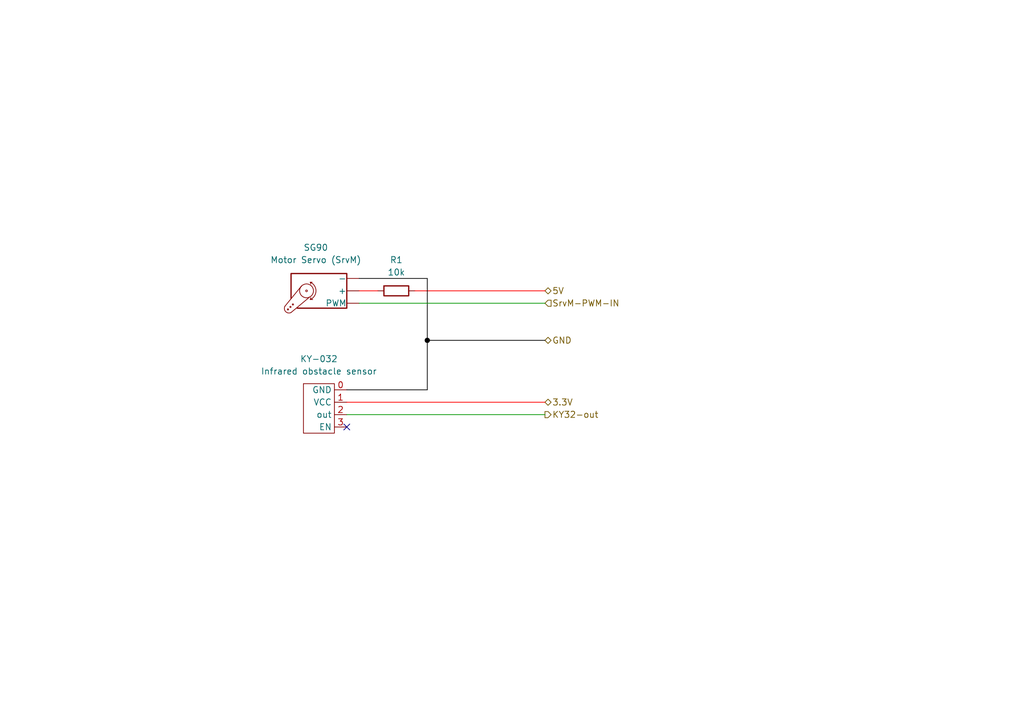
<source format=kicad_sch>
(kicad_sch (version 20231120) (generator "eeschema") (generator_version "8.0")
  (paper "A5")
  (title_block (title "Poubelle 0") (date "2024-05-21") (rev "0.0.1"))
  (lib_symbols
    (symbol "Device:R" (pin_numbers hide) (pin_names (offset 0))
      (property "Reference" "R" (at 2.032 0 90))
      (property "Value" "R" (at 0 0 90))
      (symbol "R_0_1"
        (rectangle (start -1.016 -2.54) (end 1.016 2.54) (stroke (width 0.254)))
      )
      (symbol "R_1_1"
        (pin passive line (at 0 3.81 270) (length 1.27) (name "~") (number "1"))
        (pin passive line (at 0 -3.81 90) (length 1.27) (name "~") (number "2"))
      )
    )
    (symbol "Motor:Motor_Servo" (pin_numbers hide) (pin_names (offset 0.0254))
      (property "Reference" "M" (at -5.08 4.445 0))
      (property "Value" "Motor_Servo" (at -5.08 -4.064 0))
      (symbol "Motor_Servo_0_1"
        (polyline (pts (xy 2.413 -1.778) (xy 2.032 -1.778)))
        (polyline (pts (xy 2.413 -1.778) (xy 2.286 -1.397)))
        (polyline (pts (xy 2.413 1.778) (xy 1.905 1.778)))
        (polyline (pts (xy 2.413 1.778) (xy 2.286 1.397)))
        (polyline (pts (xy 6.35 4.445) (xy 2.54 1.27)))
        (polyline (pts (xy 7.62 3.175) (xy 4.191 -1.016)))
        (polyline (pts (xy 5.08 3.556) (xy -5.08 3.556) (xy -5.08 -3.556) (xy 6.35 -3.556) (xy 6.35 1.524)) (stroke (width 0.254)))
        (arc (start 2.413 1.778) (mid 1.2406 0) (end 2.413 -1.778))
        (circle (center 3.175 0) (radius 0.1778))
        (circle (center 3.175 0) (radius 1.4224))
        (circle (center 5.969 2.794) (radius 0.127))
        (circle (center 6.477 3.302) (radius 0.127))
        (circle (center 6.985 3.81) (radius 0.127))
        (arc (start 7.62 3.175) (mid 7.4485 4.2735) (end 6.35 4.445))
      )
      (symbol "Motor_Servo_1_1"
        (pin passive line (at -7.62 2.54 0) (length 2.54) (name "PWM") (number "1"))
        (pin passive line (at -7.62 0 0) (length 2.54) (name "+") (number "2"))
        (pin passive line (at -7.62 -2.54 0) (length 2.54) (name "-") (number "3"))
      )
    )
    (symbol "OrdureX:HC-SR04"
      (property "Reference" "KY-032" (at 3.175 8.89 0))
      (property "Value" "Infrared obstacle" (at 3.175 6.35 0))
      (symbol "HC-SR04_0_1"
        (rectangle (start 0 5.08) (end 6.35 -5.08))
      )
      (symbol "HC-SR04_1_1"
        (pin power_in line (at 8.89 3.81 180) (length 2.54) (name "GND") (number "0"))
        (pin power_in line (at 8.89 1.27 180) (length 2.54) (name "VCC") (number "1"))
        (pin output line (at 8.89 -1.27 180) (length 2.54) (name "out") (number "2"))
        (pin input line (at 8.89 -3.81 180) (length 2.54) (name "EN") (number "3"))
      )
    )
  )
  (junction (at 87.63 69.85) (color 0 0 0 1))
  (no_connect (at 71.12 87.63))
  (wire (pts (xy 87.63 57.15) (xy 73.66 57.15)) (stroke (width 0) (color 0 0 0 1)))
  (wire (pts (xy 85.09 59.69) (xy 111.76 59.69)) (stroke (width 0) (color 255 0 0 1)))
  (wire (pts (xy 73.66 59.69) (xy 77.47 59.69)) (stroke (width 0) (color 255 0 0 1)))
  (wire (pts (xy 87.63 69.85) (xy 87.63 80.01)) (stroke (width 0) (color 0 0 0 1)))
  (wire (pts (xy 71.12 85.09) (xy 111.76 85.09)))
  (wire (pts (xy 71.12 82.55) (xy 111.76 82.55)) (stroke (width 0) (color 255 0 0 1)))
  (wire (pts (xy 71.12 80.01) (xy 87.63 80.01)) (stroke (width 0) (color 0 0 0 1)))
  (wire (pts (xy 73.66 62.23) (xy 111.76 62.23)))
  (wire (pts (xy 87.63 57.15) (xy 87.63 69.85)) (stroke (width 0) (color 0 0 0 1)))
  (wire (pts (xy 87.63 69.85) (xy 111.76 69.85)) (stroke (width 0) (color 0 0 0 1)))
  (hierarchical_label "5V" (shape bidirectional) (at 111.76 59.69 0))
  (hierarchical_label "GND" (shape bidirectional) (at 111.76 69.85 0))
  (hierarchical_label "KY32-out" (shape output) (at 111.76 85.09 0))
  (hierarchical_label "3.3V" (shape bidirectional) (at 111.76 82.55 0))
  (hierarchical_label "SrvM-PWM-IN" (shape input) (at 111.76 62.23 0))
  (symbol (lib_id "OrdureX:HC-SR04") (at 62.23 83.82 0) (unit 1)
    (property "Reference" "KY-032" (at 65.405 73.66 0))
    (property "Value" "Infrared obstacle sensor" (at 65.405 76.2 0))
  )
  (symbol (lib_id "Device:R") (at 81.28 59.69 90) (unit 1)
    (property "Reference" "R1" (at 81.28 53.34 90))
    (property "Value" "10k" (at 81.28 55.88 90))
    (property "Description" "Resistor" (effects (hide yes)))
  )
  (symbol (lib_id "Motor:Motor_Servo") (at 66.04 59.69 180) (unit 1)
    (property "Reference" "SG90" (at 64.7811 50.8 0))
    (property "Value" "Motor Servo (SrvM)" (at 64.7811 53.34 0))
    (property "Datasheet" "http://forums.parallax.com/uploads/attachments/46831/74481.png" (effects (hide yes)))
    (property "Description" "Servo Motor (Futaba, HiTec, JR connector)" (effects (hide yes)))
  )
)
</source>
